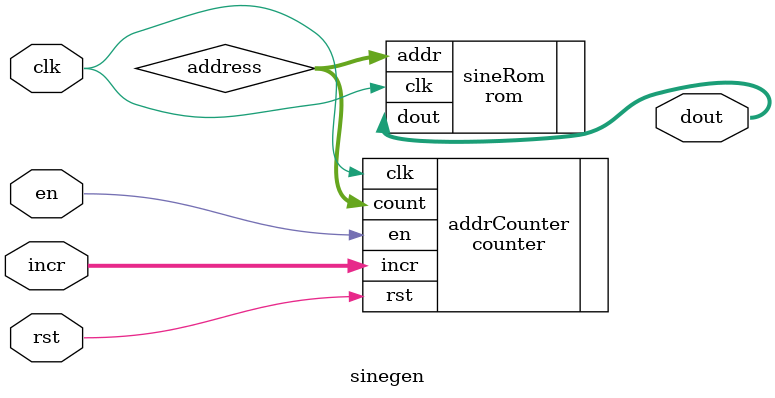
<source format=sv>
module sinegen #(
    parameter A_WIDTH = 8,
              D_WIDTH = 8
)(
    input logic clk,
    input logic rst, 
    input logic en,
    input logic [D_WIDTH-1:0] incr,
    output logic [D_WIDTH-1:0] dout
);
    logic [A_WIDTH-1:0] address;

counter addrCounter (
    .clk (clk),
    .rst (rst),
    .en (en),
    .incr (incr),
    .count (address)
);

rom sineRom (
    .clk (clk),
    .addr (address),
    .dout (dout)
);

endmodule

</source>
